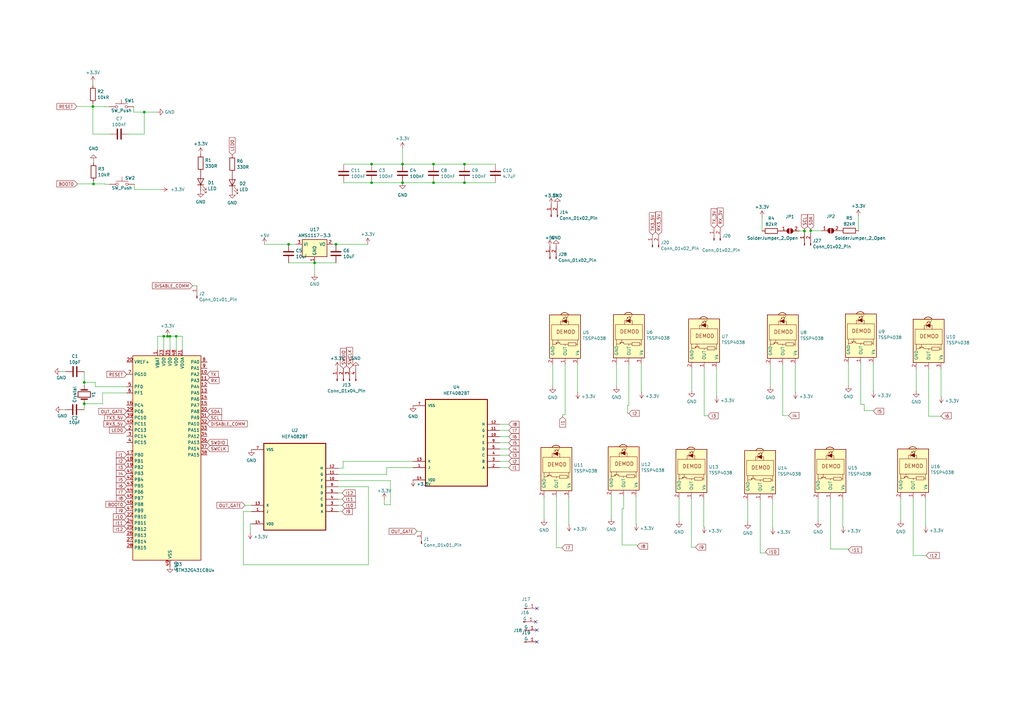
<source format=kicad_sch>
(kicad_sch (version 20230121) (generator eeschema)
  (paper "A3")
  (title_block (title "IR seeker robocup"))
  (lib_symbols
    (symbol "CD4012:CD4012BE" (pin_names (offset 1.016))
      (property "Reference" "U" (at -12.7 18.78 0))
      (property "Value" "CD4012BE" (at -12.7 -21.78 0))
      (symbol "CD4012BE_0_0"
        (pin output line (at 17.78 10.16 180) (length 5.08) (name "J") (number "1"))
        (pin input line (at -17.78 -2.54 0) (length 5.08) (name "F") (number "10"))
        (pin input line (at -17.78 -5.08 0) (length 5.08) (name "G") (number "11"))
        (pin input line (at -17.78 -7.62 0) (length 5.08) (name "H") (number "12"))
        (pin output line (at 17.78 7.62 180) (length 5.08) (name "K") (number "13"))
        (pin power_in line (at 17.78 15.24 180) (length 5.08) (name "VDD") (number "14"))
        (pin input line (at -17.78 10.16 0) (length 5.08) (name "A") (number "2"))
        (pin input line (at -17.78 7.62 0) (length 5.08) (name "B") (number "3"))
        (pin input line (at -17.78 5.08 0) (length 5.08) (name "C") (number "4"))
        (pin input line (at -17.78 2.54 0) (length 5.08) (name "D") (number "5"))
        (pin power_in line (at 17.78 -15.24 180) (length 5.08) (name "VSS") (number "7"))
        (pin input line (at -17.78 0 0) (length 5.08) (name "E") (number "9"))
      )
    )
    (symbol "Connector:Conn_01x01_Male" (pin_names (offset 1.016) hide)
      (property "Reference" "J" (at 0 2.54 0))
      (property "Value" "Conn_01x01_Male" (at 0 -2.54 0))
      (symbol "Conn_01x01_Male_1_1"
        (pin passive line (at 5.08 0 180) (length 3.81) (name "Pin_1") (number "1"))
      )
    )
    (symbol "Connector:Conn_01x01_Pin" (pin_names (offset 1.016) hide)
      (property "Reference" "J" (at 0 2.54 0))
      (property "Value" "Conn_01x01_Pin" (at 0 -2.54 0))
      (symbol "Conn_01x01_Pin_1_1"
        (pin passive line (at 5.08 0 180) (length 3.81) (name "Pin_1") (number "1"))
      )
    )
    (symbol "Connector:Conn_01x02_Pin" (pin_names (offset 1.016) hide)
      (property "Reference" "J" (at 0 2.54 0))
      (property "Value" "Conn_01x02_Pin" (at 0 -5.08 0))
      (symbol "Conn_01x02_Pin_1_1"
        (pin passive line (at 5.08 0 180) (length 3.81) (name "Pin_1") (number "1"))
        (pin passive line (at 5.08 -2.54 180) (length 3.81) (name "Pin_2") (number "2"))
      )
    )
    (symbol "Connector:Conn_01x04_Pin" (pin_names (offset 1.016) hide)
      (property "Reference" "J" (at 0 5.08 0))
      (property "Value" "Conn_01x04_Pin" (at 0 -7.62 0))
      (symbol "Conn_01x04_Pin_1_1"
        (pin passive line (at 5.08 2.54 180) (length 3.81) (name "Pin_1") (number "1"))
        (pin passive line (at 5.08 0 180) (length 3.81) (name "Pin_2") (number "2"))
        (pin passive line (at 5.08 -2.54 180) (length 3.81) (name "Pin_3") (number "3"))
        (pin passive line (at 5.08 -5.08 180) (length 3.81) (name "Pin_4") (number "4"))
      )
    )
    (symbol "Device:C" (pin_numbers hide) (pin_names (offset 0.254))
      (property "Reference" "C" (at 0.635 2.54 0))
      (property "Value" "C" (at 0.635 -2.54 0))
      (symbol "C_1_1"
        (pin passive line (at 0 3.81 270) (length 2.794) (name "~") (number "1"))
        (pin passive line (at 0 -3.81 90) (length 2.794) (name "~") (number "2"))
      )
    )
    (symbol "Device:Crystal" (pin_numbers hide) (pin_names (offset 1.016) hide)
      (property "Reference" "Y" (at 0 3.81 0))
      (property "Value" "Crystal" (at 0 -3.81 0))
      (symbol "Crystal_1_1"
        (pin passive line (at -3.81 0 0) (length 1.27) (name "1") (number "1"))
        (pin passive line (at 3.81 0 180) (length 1.27) (name "2") (number "2"))
      )
    )
    (symbol "Device:LED" (pin_numbers hide) (pin_names (offset 1.016) hide)
      (property "Reference" "D" (at 0 2.54 0))
      (property "Value" "LED" (at 0 -2.54 0))
      (symbol "LED_1_1"
        (pin passive line (at -3.81 0 0) (length 2.54) (name "K") (number "1"))
        (pin passive line (at 3.81 0 180) (length 2.54) (name "A") (number "2"))
      )
    )
    (symbol "Device:R" (pin_numbers hide) (pin_names (offset 0))
      (property "Reference" "R" (at 2.032 0 90))
      (property "Value" "R" (at 0 0 90))
      (symbol "R_1_1"
        (pin passive line (at 0 3.81 270) (length 1.27) (name "~") (number "1"))
        (pin passive line (at 0 -3.81 90) (length 1.27) (name "~") (number "2"))
      )
    )
    (symbol "Jumper:SolderJumper_2_Open" (pin_names (offset 0) hide)
      (property "Reference" "JP" (at 0 2.032 0))
      (property "Value" "SolderJumper_2_Open" (at 0 -2.54 0))
      (symbol "SolderJumper_2_Open_1_1"
        (pin passive line (at -3.81 0 0) (length 2.54) (name "A") (number "1"))
        (pin passive line (at 3.81 0 180) (length 2.54) (name "B") (number "2"))
      )
    )
    (symbol "MCU_ST_STM32G4:STM32G431CBUx"
      (property "Reference" "U" (at -12.7 44.45 0))
      (property "Value" "STM32G431CBUx" (at 10.16 44.45 0))
      (symbol "STM32G431CBUx_1_1"
        (pin power_in line (at -2.54 45.72 270) (length 2.54) (name "VBAT") (number "1"))
        (pin bidirectional line (at 17.78 35.56 180) (length 2.54) (name "PA2") (number "10"))
        (pin bidirectional line (at 17.78 33.02 180) (length 2.54) (name "PA3") (number "11"))
        (pin bidirectional line (at 17.78 30.48 180) (length 2.54) (name "PA4") (number "12"))
        (pin bidirectional line (at 17.78 27.94 180) (length 2.54) (name "PA5") (number "13"))
        (pin bidirectional line (at 17.78 25.4 180) (length 2.54) (name "PA6") (number "14"))
        (pin bidirectional line (at 17.78 22.86 180) (length 2.54) (name "PA7") (number "15"))
        (pin bidirectional line (at -15.24 22.86 0) (length 2.54) (name "PC4") (number "16"))
        (pin bidirectional line (at -15.24 2.54 0) (length 2.54) (name "PB0") (number "17"))
        (pin bidirectional line (at -15.24 0 0) (length 2.54) (name "PB1") (number "18"))
        (pin bidirectional line (at -15.24 -2.54 0) (length 2.54) (name "PB2") (number "19"))
        (pin bidirectional line (at -15.24 12.7 0) (length 2.54) (name "PC13") (number "2"))
        (pin input line (at -15.24 40.64 0) (length 2.54) (name "VREF+") (number "20"))
        (pin power_in line (at 7.62 45.72 270) (length 2.54) (name "VDDA") (number "21"))
        (pin bidirectional line (at -15.24 -22.86 0) (length 2.54) (name "PB10") (number "22"))
        (pin power_in line (at 0 45.72 270) (length 2.54) (name "VDD") (number "23"))
        (pin bidirectional line (at -15.24 -25.4 0) (length 2.54) (name "PB11") (number "24"))
        (pin bidirectional line (at -15.24 -27.94 0) (length 2.54) (name "PB12") (number "25"))
        (pin bidirectional line (at -15.24 -30.48 0) (length 2.54) (name "PB13") (number "26"))
        (pin bidirectional line (at -15.24 -33.02 0) (length 2.54) (name "PB14") (number "27"))
        (pin bidirectional line (at -15.24 -35.56 0) (length 2.54) (name "PB15") (number "28"))
        (pin bidirectional line (at -15.24 20.32 0) (length 2.54) (name "PC6") (number "29"))
        (pin bidirectional line (at -15.24 10.16 0) (length 2.54) (name "PC14") (number "3"))
        (pin bidirectional line (at 17.78 20.32 180) (length 2.54) (name "PA8") (number "30"))
        (pin bidirectional line (at 17.78 17.78 180) (length 2.54) (name "PA9") (number "31"))
        (pin bidirectional line (at 17.78 15.24 180) (length 2.54) (name "PA10") (number "32"))
        (pin bidirectional line (at 17.78 12.7 180) (length 2.54) (name "PA11") (number "33"))
        (pin bidirectional line (at 17.78 10.16 180) (length 2.54) (name "PA12") (number "34"))
        (pin power_in line (at 2.54 45.72 270) (length 2.54) (name "VDD") (number "35"))
        (pin bidirectional line (at 17.78 7.62 180) (length 2.54) (name "PA13") (number "36"))
        (pin bidirectional line (at 17.78 5.08 180) (length 2.54) (name "PA14") (number "37"))
        (pin bidirectional line (at 17.78 2.54 180) (length 2.54) (name "PA15") (number "38"))
        (pin bidirectional line (at -15.24 17.78 0) (length 2.54) (name "PC10") (number "39"))
        (pin bidirectional line (at -15.24 7.62 0) (length 2.54) (name "PC15") (number "4"))
        (pin bidirectional line (at -15.24 15.24 0) (length 2.54) (name "PC11") (number "40"))
        (pin bidirectional line (at -15.24 -5.08 0) (length 2.54) (name "PB3") (number "41"))
        (pin bidirectional line (at -15.24 -7.62 0) (length 2.54) (name "PB4") (number "42"))
        (pin bidirectional line (at -15.24 -10.16 0) (length 2.54) (name "PB5") (number "43"))
        (pin bidirectional line (at -15.24 -12.7 0) (length 2.54) (name "PB6") (number "44"))
        (pin bidirectional line (at -15.24 -15.24 0) (length 2.54) (name "PB7") (number "45"))
        (pin bidirectional line (at -15.24 -17.78 0) (length 2.54) (name "PB8") (number "46"))
        (pin bidirectional line (at -15.24 -20.32 0) (length 2.54) (name "PB9") (number "47"))
        (pin power_in line (at 5.08 45.72 270) (length 2.54) (name "VDD") (number "48"))
        (pin power_in line (at 2.54 -43.18 90) (length 2.54) (name "VSS") (number "49"))
        (pin bidirectional line (at -15.24 30.48 0) (length 2.54) (name "PF0") (number "5"))
        (pin bidirectional line (at -15.24 27.94 0) (length 2.54) (name "PF1") (number "6"))
        (pin bidirectional line (at -15.24 35.56 0) (length 2.54) (name "PG10") (number "7"))
        (pin bidirectional line (at 17.78 40.64 180) (length 2.54) (name "PA0") (number "8"))
        (pin bidirectional line (at 17.78 38.1 180) (length 2.54) (name "PA1") (number "9"))
      )
    )
    (symbol "Regulator_Linear:AMS1117-3.3"
      (property "Reference" "U" (at -3.81 3.175 0))
      (property "Value" "AMS1117-3.3" (at 0 3.175 0))
      (symbol "AMS1117-3.3_1_1"
        (pin power_in line (at 0 -7.62 90) (length 2.54) (name "GND") (number "1"))
        (pin power_out line (at 7.62 0 180) (length 2.54) (name "VO") (number "2"))
        (pin power_in line (at -7.62 0 0) (length 2.54) (name "VI") (number "3"))
      )
    )
    (symbol "Sensor_Proximity:TSSP58038" (pin_names (offset 1.016))
      (property "Reference" "U" (at -10.16 7.62 0))
      (property "Value" "TSSP58038" (at -10.16 -7.62 0))
      (symbol "TSSP58038_0_0"
        (text "DEMOD" (at -3.175 0.254 900) (effects (font (size 1.524 1.524))))
      )
      (symbol "TSSP58038_1_1"
        (pin output line (at 10.16 0 180) (length 2.54) (name "OUT") (number "1"))
        (pin power_in line (at 10.16 -5.08 180) (length 2.54) (name "GND") (number "2"))
        (pin power_in line (at 10.16 5.08 180) (length 2.54) (name "Vs") (number "3"))
      )
    )
    (symbol "Switch:SW_Push" (pin_numbers hide) (pin_names (offset 1.016) hide)
      (property "Reference" "SW" (at 1.27 2.54 0))
      (property "Value" "SW_Push" (at 0 -1.524 0))
      (symbol "SW_Push_0_1"
        (pin passive line (at -5.08 0 0) (length 2.54) (name "1") (number "1"))
        (pin passive line (at 5.08 0 180) (length 2.54) (name "2") (number "2"))
      )
    )
    (symbol "power:+3.3V" (power) (pin_names (offset 0))
      (property "Value" "+3.3V" (at 0 3.556 0))
      (symbol "+3.3V_1_1"
        (pin power_in line (at 0 0 90) (length 0) hide (name "+3.3V") (number "1"))
      )
    )
    (symbol "power:+5V" (power) (pin_names (offset 0))
      (property "Value" "+5V" (at 0 3.556 0))
      (symbol "+5V_1_1"
        (pin power_in line (at 0 0 90) (length 0) hide (name "+5V") (number "1"))
      )
    )
    (symbol "power:GND" (power) (pin_names (offset 0))
      (property "Value" "GND" (at 0 -3.81 0))
      (symbol "GND_1_1"
        (pin power_in line (at 0 0 270) (length 0) hide (name "GND") (number "1"))
      )
    )
  )
  (junction (at 332.486 94.615))
  (junction (at 129.032 107.823))
  (junction (at 34.544 165.608))
  (junction (at 177.8 67.31))
  (junction (at 137.795 100.203))
  (junction (at 165.1 67.31))
  (junction (at 177.8 74.93))
  (junction (at 38.354 75.438))
  (junction (at 67.183 137.922))
  (junction (at 34.544 156.845))
  (junction (at 72.263 137.922))
  (junction (at 190.5 74.93))
  (junction (at 118.364 100.203))
  (junction (at 38.1 43.688))
  (junction (at 69.723 137.922))
  (junction (at 329.946 94.742))
  (junction (at 68.707 137.922))
  (junction (at 59.182 45.974))
  (junction (at 190.5 67.31))
  (junction (at 165.1 74.93))
  (junction (at 152.4 74.93))
  (junction (at 152.4 67.31))
  (no_connect (at 220.218 249.555))
  (no_connect (at 220.218 258.445))
  (no_connect (at 220.218 263.271))
  (no_connect (at 219.71 255.016))
  (wire (pts (xy 352.044 88.646) (xy 352.044 94.615)))
  (wire (pts (xy 379.603 204.47) (xy 379.603 215.9)))
  (wire (pts (xy 288.798 151.13) (xy 288.798 170.561)))
  (wire (pts (xy 100.457 207.264) (xy 103.124 207.264)))
  (wire (pts (xy 99.822 231.648) (xy 151.13 231.648)))
  (wire (pts (xy 138.684 194.564) (xy 158.623 194.564)))
  (wire (pts (xy 118.364 100.203) (xy 121.412 100.203)))
  (wire (pts (xy 42.037 165.608) (xy 34.544 165.608)))
  (wire (pts (xy 329.946 93.98) (xy 329.946 94.742)))
  (wire (pts (xy 43.053 75.565) (xy 44.958 75.565)))
  (wire (pts (xy 369.443 204.47) (xy 369.443 213.614)))
  (wire (pts (xy 332.486 94.615) (xy 332.486 95.504)))
  (wire (pts (xy 190.5 74.93) (xy 203.2 74.93)))
  (wire (pts (xy 358.267 168.402) (xy 358.267 168.656)))
  (wire (pts (xy 204.978 184.15) (xy 208.661 184.15)))
  (wire (pts (xy 311.785 226.822) (xy 313.944 226.822)))
  (wire (pts (xy 260.858 215.011) (xy 260.985 215.011)))
  (wire (pts (xy 288.671 204.597) (xy 288.671 216.027)))
  (wire (pts (xy 160.147 197.104) (xy 160.147 207.01)))
  (wire (pts (xy 138.684 192.024) (xy 140.716 192.024)))
  (wire (pts (xy 42.037 161.163) (xy 42.037 165.608)))
  (wire (pts (xy 103.124 214.884) (xy 102.616 214.884)))
  (wire (pts (xy 25.4 168.021) (xy 26.797 168.021)))
  (wire (pts (xy 64.643 143.383) (xy 64.643 137.922)))
  (wire (pts (xy 340.614 225.171) (xy 347.98 225.171)))
  (wire (pts (xy 25.019 152.4) (xy 26.924 152.4)))
  (wire (pts (xy 228.219 203.835) (xy 228.219 224.663)))
  (wire (pts (xy 252.857 149.352) (xy 252.857 158.496)))
  (wire (pts (xy 72.263 137.922) (xy 69.723 137.922)))
  (wire (pts (xy 230.505 224.663) (xy 228.219 224.663)))
  (wire (pts (xy 34.544 156.845) (xy 39.116 156.845)))
  (wire (pts (xy 51.943 158.623) (xy 39.116 158.623)))
  (wire (pts (xy 171.069 217.932) (xy 172.847 217.932)))
  (wire (pts (xy 327.787 94.742) (xy 329.946 94.742)))
  (wire (pts (xy 379.857 227.838) (xy 374.523 227.838)))
  (wire (pts (xy 43.053 75.438) (xy 38.354 75.438)))
  (wire (pts (xy 204.978 181.61) (xy 208.661 181.61)))
  (wire (pts (xy 375.793 151.257) (xy 375.793 160.401)))
  (wire (pts (xy 165.1 60.96) (xy 165.1 67.31)))
  (wire (pts (xy 67.183 137.922) (xy 68.707 137.922)))
  (wire (pts (xy 138.684 202.184) (xy 140.335 202.184)))
  (wire (pts (xy 129.032 112.395) (xy 129.032 107.823)))
  (wire (pts (xy 151.13 199.644) (xy 138.684 199.644)))
  (wire (pts (xy 177.8 74.93) (xy 190.5 74.93)))
  (wire (pts (xy 42.799 43.688) (xy 38.1 43.688)))
  (wire (pts (xy 59.182 45.974) (xy 59.182 54.991)))
  (wire (pts (xy 34.544 165.608) (xy 34.544 168.021)))
  (wire (pts (xy 312.547 89.027) (xy 312.547 94.742)))
  (wire (pts (xy 140.97 67.31) (xy 152.4 67.31)))
  (wire (pts (xy 358.14 160.528) (xy 358.267 160.528)))
  (wire (pts (xy 160.147 207.01) (xy 157.607 207.01)))
  (wire (pts (xy 380.873 151.257) (xy 380.873 170.688)))
  (wire (pts (xy 352.044 94.615) (xy 352.171 94.615)))
  (wire (pts (xy 385.953 151.257) (xy 385.953 162.687)))
  (wire (pts (xy 43.053 75.438) (xy 43.053 75.565)))
  (wire (pts (xy 99.822 209.804) (xy 99.822 231.648)))
  (wire (pts (xy 51.943 161.163) (xy 42.037 161.163)))
  (wire (pts (xy 150.876 100.203) (xy 137.795 100.203)))
  (wire (pts (xy 263.017 160.782) (xy 263.144 160.782)))
  (wire (pts (xy 288.671 216.027) (xy 288.798 216.027)))
  (wire (pts (xy 347.98 225.171) (xy 347.98 225.552)))
  (wire (pts (xy 52.705 54.991) (xy 59.182 54.991)))
  (wire (pts (xy 326.136 160.909) (xy 326.263 160.909)))
  (wire (pts (xy 152.4 74.93) (xy 165.1 74.93)))
  (wire (pts (xy 354.457 168.402) (xy 358.267 168.402)))
  (wire (pts (xy 204.978 179.07) (xy 208.661 179.07)))
  (wire (pts (xy 129.032 107.823) (xy 137.795 107.823)))
  (wire (pts (xy 151.13 231.648) (xy 151.13 199.644)))
  (wire (pts (xy 374.523 204.47) (xy 374.523 227.838)))
  (wire (pts (xy 316.865 205.105) (xy 316.865 216.535)))
  (wire (pts (xy 118.364 107.823) (xy 129.032 107.823)))
  (wire (pts (xy 38.1 54.991) (xy 45.085 54.991)))
  (wire (pts (xy 39.116 158.623) (xy 39.116 156.845)))
  (wire (pts (xy 31.75 75.438) (xy 38.354 75.438)))
  (wire (pts (xy 68.707 137.922) (xy 68.707 137.795)))
  (wire (pts (xy 78.994 117.221) (xy 80.772 117.221)))
  (wire (pts (xy 385.953 162.687) (xy 386.08 162.687)))
  (wire (pts (xy 345.694 216.027) (xy 345.821 216.027)))
  (wire (pts (xy 340.614 204.597) (xy 340.614 225.171)))
  (wire (pts (xy 231.775 170.053) (xy 230.759 170.053)))
  (wire (pts (xy 158.623 191.77) (xy 169.418 191.77)))
  (wire (pts (xy 315.976 149.479) (xy 315.976 158.623)))
  (wire (pts (xy 311.785 205.105) (xy 311.785 226.822)))
  (wire (pts (xy 326.136 149.479) (xy 326.136 160.909)))
  (wire (pts (xy 54.864 45.974) (xy 59.182 45.974)))
  (wire (pts (xy 353.06 149.098) (xy 353.06 165.862)))
  (wire (pts (xy 293.878 162.56) (xy 294.005 162.56)))
  (wire (pts (xy 38.1 54.991) (xy 38.1 43.688)))
  (wire (pts (xy 158.623 194.564) (xy 158.623 191.77)))
  (wire (pts (xy 204.978 173.99) (xy 208.661 173.99)))
  (wire (pts (xy 69.723 137.922) (xy 68.707 137.922)))
  (wire (pts (xy 250.698 203.581) (xy 250.698 212.725)))
  (wire (pts (xy 140.97 74.93) (xy 152.4 74.93)))
  (wire (pts (xy 38.1 33.909) (xy 38.1 34.925)))
  (wire (pts (xy 69.723 143.383) (xy 69.723 137.922)))
  (wire (pts (xy 177.8 67.31) (xy 190.5 67.31)))
  (wire (pts (xy 380.873 170.688) (xy 385.953 170.688)))
  (wire (pts (xy 204.978 189.23) (xy 208.661 189.23)))
  (wire (pts (xy 190.5 67.31) (xy 203.2 67.31)))
  (wire (pts (xy 236.855 149.479) (xy 236.855 160.909)))
  (wire (pts (xy 283.591 204.597) (xy 283.591 224.409)))
  (wire (pts (xy 354.457 165.862) (xy 354.457 168.402)))
  (wire (pts (xy 332.486 93.98) (xy 332.486 94.615)))
  (wire (pts (xy 236.855 160.909) (xy 236.982 160.909)))
  (wire (pts (xy 283.591 224.409) (xy 285.242 224.409)))
  (wire (pts (xy 136.652 100.203) (xy 137.795 100.203)))
  (wire (pts (xy 233.299 203.835) (xy 233.299 215.265)))
  (wire (pts (xy 204.978 176.53) (xy 208.661 176.53)))
  (wire (pts (xy 306.705 205.105) (xy 306.705 214.249)))
  (wire (pts (xy 165.1 74.93) (xy 177.8 74.93)))
  (wire (pts (xy 38.354 66.04) (xy 38.354 66.675)))
  (wire (pts (xy 257.429 166.243) (xy 257.429 169.545)))
  (wire (pts (xy 321.056 149.479) (xy 321.056 170.434)))
  (wire (pts (xy 55.118 77.724) (xy 66.04 77.724)))
  (wire (pts (xy 31.496 43.688) (xy 38.1 43.688)))
  (wire (pts (xy 102.616 214.884) (xy 102.616 218.44)))
  (wire (pts (xy 233.299 215.265) (xy 233.426 215.265)))
  (wire (pts (xy 226.695 149.479) (xy 226.695 158.623)))
  (wire (pts (xy 34.544 152.4) (xy 34.544 156.845)))
  (wire (pts (xy 335.534 204.597) (xy 335.534 213.741)))
  (wire (pts (xy 103.124 209.804) (xy 99.822 209.804)))
  (wire (pts (xy 74.803 143.383) (xy 74.803 137.922)))
  (wire (pts (xy 257.937 166.243) (xy 257.429 166.243)))
  (wire (pts (xy 34.544 156.845) (xy 34.544 157.988)))
  (wire (pts (xy 358.14 149.098) (xy 358.14 160.528)))
  (wire (pts (xy 42.799 43.815) (xy 44.704 43.815)))
  (wire (pts (xy 257.937 149.352) (xy 257.937 166.243)))
  (wire (pts (xy 255.778 203.581) (xy 255.778 208.661)))
  (wire (pts (xy 34.544 168.021) (xy 34.417 168.021)))
  (wire (pts (xy 260.858 203.581) (xy 260.858 215.011)))
  (wire (pts (xy 152.4 67.31) (xy 165.1 67.31)))
  (wire (pts (xy 64.643 137.922) (xy 67.183 137.922)))
  (wire (pts (xy 204.978 191.77) (xy 208.661 191.77)))
  (wire (pts (xy 316.865 216.535) (xy 316.992 216.535)))
  (wire (pts (xy 230.759 170.053) (xy 230.759 170.942)))
  (wire (pts (xy 332.486 94.615) (xy 336.931 94.615)))
  (wire (pts (xy 42.799 43.688) (xy 42.799 43.815)))
  (wire (pts (xy 261.366 223.52) (xy 261.366 224.028)))
  (wire (pts (xy 38.1 43.688) (xy 38.1 42.545)))
  (wire (pts (xy 353.06 165.862) (xy 354.457 165.862)))
  (wire (pts (xy 67.183 137.922) (xy 67.183 143.383)))
  (wire (pts (xy 54.864 43.815) (xy 54.864 45.974)))
  (wire (pts (xy 288.798 170.561) (xy 290.322 170.561)))
  (wire (pts (xy 255.143 223.52) (xy 261.366 223.52)))
  (wire (pts (xy 313.944 226.822) (xy 313.944 226.314)))
  (wire (pts (xy 108.458 100.203) (xy 118.364 100.203)))
  (wire (pts (xy 345.694 204.597) (xy 345.694 216.027)))
  (wire (pts (xy 278.511 204.597) (xy 278.511 213.741)))
  (wire (pts (xy 140.716 189.23) (xy 169.418 189.23)))
  (wire (pts (xy 55.118 75.565) (xy 55.118 77.724)))
  (wire (pts (xy 59.182 45.974) (xy 64.389 45.974)))
  (wire (pts (xy 231.775 149.479) (xy 231.775 170.053)))
  (wire (pts (xy 255.143 208.661) (xy 255.778 208.661)))
  (wire (pts (xy 138.684 197.104) (xy 160.147 197.104)))
  (wire (pts (xy 293.878 151.13) (xy 293.878 162.56)))
  (wire (pts (xy 329.946 94.742) (xy 329.946 95.504)))
  (wire (pts (xy 138.684 209.804) (xy 140.335 209.804)))
  (wire (pts (xy 165.1 67.31) (xy 177.8 67.31)))
  (wire (pts (xy 347.98 149.098) (xy 347.98 158.242)))
  (wire (pts (xy 379.603 215.9) (xy 379.73 215.9)))
  (wire (pts (xy 204.978 186.69) (xy 208.661 186.69)))
  (wire (pts (xy 138.684 204.724) (xy 140.335 204.724)))
  (wire (pts (xy 263.017 149.352) (xy 263.017 160.782)))
  (wire (pts (xy 157.607 204.851) (xy 157.607 207.01)))
  (wire (pts (xy 385.953 170.688) (xy 385.953 170.561)))
  (wire (pts (xy 257.429 169.545) (xy 257.937 169.545)))
  (wire (pts (xy 321.056 170.434) (xy 323.469 170.434)))
  (wire (pts (xy 38.354 75.438) (xy 38.354 74.295)))
  (wire (pts (xy 140.716 192.024) (xy 140.716 189.23)))
  (wire (pts (xy 72.263 143.383) (xy 72.263 137.922)))
  (wire (pts (xy 223.139 203.835) (xy 223.139 212.979)))
  (wire (pts (xy 74.803 137.922) (xy 72.263 137.922)))
  (wire (pts (xy 138.684 207.264) (xy 140.335 207.264)))
  (wire (pts (xy 255.143 223.52) (xy 255.143 208.661)))
  (wire (pts (xy 283.718 151.13) (xy 283.718 160.274)))
  (global_label "I8" (shape input) (at 208.661 173.99 0) (property "Intersheetrefs" "${INTERSHEET_REFS}" (effects hide)))
  (global_label "I12" (shape input) (at 140.335 202.184 0) (property "Intersheetrefs" "${INTERSHEET_REFS}" (effects hide)))
  (global_label "LED0" (shape input) (at 95.25 63.5 90) (property "Intersheetrefs" "${INTERSHEET_REFS}" (effects hide)))
  (global_label "BOOT0" (shape input) (at 51.943 206.883 180) (property "Intersheetrefs" "${INTERSHEET_REFS}" (effects hide)))
  (global_label "I10" (shape input) (at 140.335 207.264 0) (property "Intersheetrefs" "${INTERSHEET_REFS}" (effects hide)))
  (global_label "BOOT0" (shape input) (at 31.75 75.438 180) (property "Intersheetrefs" "${INTERSHEET_REFS}" (effects hide)))
  (global_label "SWCLK" (shape input) (at 143.383 151.13 90) (property "Intersheetrefs" "${INTERSHEET_REFS}" (effects hide)))
  (global_label "I4" (shape input) (at 323.469 170.434 0) (property "Intersheetrefs" "${INTERSHEET_REFS}" (effects hide)))
  (global_label "RX3_5V" (shape input) (at 270.129 96.266 90) (property "Intersheetrefs" "${INTERSHEET_REFS}" (effects hide)))
  (global_label "I9" (shape input) (at 285.242 224.409 0) (property "Intersheetrefs" "${INTERSHEET_REFS}" (effects hide)))
  (global_label "SWDIO" (shape input) (at 140.843 151.13 90) (property "Intersheetrefs" "${INTERSHEET_REFS}" (effects hide)))
  (global_label "OUT_GATE" (shape input) (at 100.457 207.264 180) (property "Intersheetrefs" "${INTERSHEET_REFS}" (effects hide)))
  (global_label "I1" (shape input) (at 51.943 186.563 180) (property "Intersheetrefs" "${INTERSHEET_REFS}" (effects hide)))
  (global_label "I3" (shape input) (at 51.943 191.643 180) (property "Intersheetrefs" "${INTERSHEET_REFS}" (effects hide)))
  (global_label "SDA" (shape input) (at 84.963 168.783 0) (property "Intersheetrefs" "${INTERSHEET_REFS}" (effects hide)))
  (global_label "I2" (shape input) (at 208.661 189.23 0) (property "Intersheetrefs" "${INTERSHEET_REFS}" (effects hide)))
  (global_label "I8" (shape input) (at 261.366 224.028 0) (property "Intersheetrefs" "${INTERSHEET_REFS}" (effects hide)))
  (global_label "I4" (shape input) (at 208.661 184.15 0) (property "Intersheetrefs" "${INTERSHEET_REFS}" (effects hide)))
  (global_label "OUT_GATE" (shape input) (at 51.943 168.783 180) (property "Intersheetrefs" "${INTERSHEET_REFS}" (effects hide)))
  (global_label "I6" (shape input) (at 385.953 170.561 0) (property "Intersheetrefs" "${INTERSHEET_REFS}" (effects hide)))
  (global_label "RX" (shape input) (at 84.963 156.083 0) (property "Intersheetrefs" "${INTERSHEET_REFS}" (effects hide)))
  (global_label "I11" (shape input) (at 51.943 214.503 180) (property "Intersheetrefs" "${INTERSHEET_REFS}" (effects hide)))
  (global_label "I5" (shape input) (at 208.661 181.61 0) (property "Intersheetrefs" "${INTERSHEET_REFS}" (effects hide)))
  (global_label "I3" (shape input) (at 208.661 186.69 0) (property "Intersheetrefs" "${INTERSHEET_REFS}" (effects hide)))
  (global_label "SCL" (shape input) (at 329.946 93.98 90) (property "Intersheetrefs" "${INTERSHEET_REFS}" (effects hide)))
  (global_label "I9" (shape input) (at 51.943 209.423 180) (property "Intersheetrefs" "${INTERSHEET_REFS}" (effects hide)))
  (global_label "I2" (shape input) (at 257.937 169.545 0) (property "Intersheetrefs" "${INTERSHEET_REFS}" (effects hide)))
  (global_label "I5" (shape input) (at 51.943 196.723 180) (property "Intersheetrefs" "${INTERSHEET_REFS}" (effects hide)))
  (global_label "I10" (shape input) (at 313.944 226.314 0) (property "Intersheetrefs" "${INTERSHEET_REFS}" (effects hide)))
  (global_label "I11" (shape input) (at 347.98 225.552 0) (property "Intersheetrefs" "${INTERSHEET_REFS}" (effects hide)))
  (global_label "I7" (shape input) (at 51.943 201.803 180) (property "Intersheetrefs" "${INTERSHEET_REFS}" (effects hide)))
  (global_label "TX" (shape input) (at 84.963 153.543 0) (property "Intersheetrefs" "${INTERSHEET_REFS}" (effects hide)))
  (global_label "LED0" (shape input) (at 51.943 176.403 180) (property "Intersheetrefs" "${INTERSHEET_REFS}" (effects hide)))
  (global_label "SDA" (shape input) (at 332.486 93.98 90) (property "Intersheetrefs" "${INTERSHEET_REFS}" (effects hide)))
  (global_label "I6" (shape input) (at 51.943 199.263 180) (property "Intersheetrefs" "${INTERSHEET_REFS}" (effects hide)))
  (global_label "I10" (shape input) (at 51.943 211.963 180) (property "Intersheetrefs" "${INTERSHEET_REFS}" (effects hide)))
  (global_label "I5" (shape input) (at 358.267 168.656 0) (property "Intersheetrefs" "${INTERSHEET_REFS}" (effects hide)))
  (global_label "OUT_GATE" (shape input) (at 171.069 217.932 180) (property "Intersheetrefs" "${INTERSHEET_REFS}" (effects hide)))
  (global_label "TX3_5V" (shape input) (at 51.943 171.323 180) (property "Intersheetrefs" "${INTERSHEET_REFS}" (effects hide)))
  (global_label "I1" (shape input) (at 208.661 191.77 0) (property "Intersheetrefs" "${INTERSHEET_REFS}" (effects hide)))
  (global_label "DISABLE_COMM" (shape input) (at 84.963 173.863 0) (property "Intersheetrefs" "${INTERSHEET_REFS}" (effects hide)))
  (global_label "I12" (shape input) (at 51.943 217.043 180) (property "Intersheetrefs" "${INTERSHEET_REFS}" (effects hide)))
  (global_label "I2" (shape input) (at 51.943 189.103 180) (property "Intersheetrefs" "${INTERSHEET_REFS}" (effects hide)))
  (global_label "I11" (shape input) (at 140.335 204.724 0) (property "Intersheetrefs" "${INTERSHEET_REFS}" (effects hide)))
  (global_label "I7" (shape input) (at 208.661 176.53 0) (property "Intersheetrefs" "${INTERSHEET_REFS}" (effects hide)))
  (global_label "I9" (shape input) (at 140.335 209.804 0) (property "Intersheetrefs" "${INTERSHEET_REFS}" (effects hide)))
  (global_label "I4" (shape input) (at 51.943 194.183 180) (property "Intersheetrefs" "${INTERSHEET_REFS}" (effects hide)))
  (global_label "I3" (shape input) (at 290.322 170.561 0) (property "Intersheetrefs" "${INTERSHEET_REFS}" (effects hide)))
  (global_label "I12" (shape input) (at 379.857 227.838 0) (property "Intersheetrefs" "${INTERSHEET_REFS}" (effects hide)))
  (global_label "TX3_5V" (shape input) (at 267.589 96.266 90) (property "Intersheetrefs" "${INTERSHEET_REFS}" (effects hide)))
  (global_label "RX3_5V" (shape input) (at 51.943 173.863 180) (property "Intersheetrefs" "${INTERSHEET_REFS}" (effects hide)))
  (global_label "I7" (shape input) (at 230.505 224.663 0) (property "Intersheetrefs" "${INTERSHEET_REFS}" (effects hide)))
  (global_label "SCL" (shape input) (at 84.963 171.323 0) (property "Intersheetrefs" "${INTERSHEET_REFS}" (effects hide)))
  (global_label "RESET" (shape input) (at 51.943 153.543 180) (property "Intersheetrefs" "${INTERSHEET_REFS}" (effects hide)))
  (global_label "I6" (shape input) (at 208.661 179.07 0) (property "Intersheetrefs" "${INTERSHEET_REFS}" (effects hide)))
  (global_label "I8" (shape input) (at 51.943 204.343 180) (property "Intersheetrefs" "${INTERSHEET_REFS}" (effects hide)))
  (global_label "SWCLK" (shape input) (at 84.963 184.023 0) (property "Intersheetrefs" "${INTERSHEET_REFS}" (effects hide)))
  (global_label "RX_3V" (shape input) (at 295.402 93.472 90) (property "Intersheetrefs" "${INTERSHEET_REFS}" (effects hide)))
  (global_label "RESET" (shape input) (at 31.496 43.688 180) (property "Intersheetrefs" "${INTERSHEET_REFS}" (effects hide)))
  (global_label "I1" (shape input) (at 230.759 170.942 270) (property "Intersheetrefs" "${INTERSHEET_REFS}" (effects hide)))
  (global_label "TX_3V" (shape input) (at 292.862 93.472 90) (property "Intersheetrefs" "${INTERSHEET_REFS}" (effects hide)))
  (global_label "SWDIO" (shape input) (at 84.963 181.483 0) (property "Intersheetrefs" "${INTERSHEET_REFS}" (effects hide)))
  (global_label "DISABLE_COMM" (shape input) (at 78.994 117.221 180) (property "Intersheetrefs" "${INTERSHEET_REFS}" (effects hide)))
  (symbol (lib_id "power:+3.3V") (at 157.607 204.851 0) (unit 1)
    (property "Reference" "#PWR09" (effects hide))
    (property "Value" "+3.3V" (at 157.607 201.2752 0))
  )
  (symbol (lib_id "Connector:Conn_01x02_Pin") (at 292.862 98.552 90) (unit 1) (in_bom no)
    (property "Reference" "J26" (at 296.2402 96.7049 90) (effects (justify right)))
    (property "Value" "Conn_01x02_Pin" (at 287.909 102.616 90) (effects (justify right)))
    (property "Footprint" "Connector_PinHeader_2.54mm:PinHeader_1x02_P2.54mm_Vertical" (effects hide))
  )
  (symbol (lib_id "Connector:Conn_01x04_Pin") (at 140.843 156.21 90) (unit 1) (in_bom no)
    (property "Reference" "J13" (at 142.113 157.8793 90))
    (property "Value" "Conn_01x04_Pin" (at 142.113 160.3035 90))
    (property "Footprint" "Connector_PinHeader_2.54mm:PinHeader_1x04_P2.54mm_Vertical" (effects hide))
  )
  (symbol (lib_id "Connector:Conn_01x01_Pin") (at 172.847 223.012 90) (unit 1) (in_bom no)
    (property "Reference" "J1" (at 173.6852 221.1649 90) (effects (justify right)))
    (property "Value" "Conn_01x01_Pin" (at 173.6852 223.5891 90) (effects (justify right)))
    (property "Footprint" "Connector_PinHeader_2.54mm:PinHeader_1x01_P2.54mm_Vertical" (effects hide))
  )
  (symbol (lib_id "power:+3.3V") (at 150.876 100.203 0) (unit 1)
    (property "Reference" "#PWR020" (effects hide))
    (property "Value" "+3.3V" (at 150.876 96.0699 0))
  )
  (symbol (lib_id "power:GND") (at 375.793 160.401 0) (unit 1)
    (property "Reference" "#PWR0114" (effects hide))
    (property "Value" "GND" (at 375.793 164.8444 0))
  )
  (symbol (lib_id "Device:C") (at 165.1 71.12 180) (unit 1)
    (property "Reference" "C4" (at 168.021 69.9079 0) (effects (justify right)))
    (property "Value" "100nF" (at 168.021 72.3321 0) (effects (justify right)))
    (property "Footprint" "Capacitor_SMD:C_0603_1608Metric" (effects hide))
  )
  (symbol (lib_id "Connector:Conn_01x02_Pin") (at 329.946 100.584 90) (unit 1) (in_bom no)
    (property "Reference" "J27" (at 333.3242 98.7369 90) (effects (justify right)))
    (property "Value" "Conn_01x02_Pin" (at 333.3242 101.1611 90) (effects (justify right)))
    (property "Footprint" "Connector_PinHeader_2.54mm:PinHeader_1x02_P2.54mm_Vertical" (effects hide))
  )
  (symbol (lib_id "power:GND") (at 250.698 212.725 0) (unit 1)
    (property "Reference" "#PWR0110" (effects hide))
    (property "Value" "GND" (at 250.698 217.1684 0))
  )
  (symbol (lib_id "power:GND") (at 165.1 74.93 0) (unit 1)
    (property "Reference" "#PWR026" (effects hide))
    (property "Value" "GND" (at 165.1 80.01 0))
  )
  (symbol (lib_id "power:+3.3V") (at 236.982 160.909 180) (unit 1)
    (property "Reference" "#PWR0104" (effects hide))
    (property "Value" "+3.3V" (at 238.379 162.6128 0) (effects (justify right)))
  )
  (symbol (lib_id "Switch:SW_Push") (at 50.038 75.565 0) (unit 1)
    (property "Reference" "SW2" (at 51.308 73.025 0) (effects (justify left)))
    (property "Value" "SW_Push" (at 50.038 77.089 0))
    (property "Footprint" "Button_Switch_THT:SW_PUSH_6mm" (effects hide))
  )
  (symbol (lib_id "Device:R") (at 348.361 94.615 90) (unit 1)
    (property "Reference" "R5" (at 348.361 89.4547 90))
    (property "Value" "82kR" (at 348.361 91.8789 90))
    (property "Footprint" "Resistor_SMD:R_0603_1608Metric" (effects hide))
  )
  (symbol (lib_id "Device:C") (at 30.607 168.021 90) (unit 1)
    (property "Reference" "C2" (at 30.607 171.45 90))
    (property "Value" "10pF" (at 30.607 173.228 90))
    (property "Footprint" "Capacitor_SMD:C_0603_1608Metric" (effects hide))
  )
  (symbol (lib_id "power:+3.3V") (at 312.547 89.027 0) (unit 1)
    (property "Reference" "#PWR024" (effects hide))
    (property "Value" "+3.3V" (at 312.547 84.8939 0))
  )
  (symbol (lib_id "power:GND") (at 226.695 158.623 0) (unit 1)
    (property "Reference" "#PWR0103" (effects hide))
    (property "Value" "GND" (at 226.695 163.0664 0))
  )
  (symbol (lib_id "power:GND") (at 252.857 158.496 0) (unit 1)
    (property "Reference" "#PWR0134" (effects hide))
    (property "Value" "GND" (at 252.857 162.9394 0))
  )
  (symbol (lib_id "power:GND") (at 228.092 101.092 180) (unit 1)
    (property "Reference" "#PWR0127" (effects hide))
    (property "Value" "GND" (at 228.092 97.5162 0))
  )
  (symbol (lib_id "Sensor_Proximity:TSSP58038") (at 228.219 193.675 270) (unit 1)
    (property "Reference" "U11" (at 235.331 190.7279 90) (effects (justify left)))
    (property "Value" "TSSP4038" (at 235.331 193.1521 90) (effects (justify left)))
    (property "Footprint" "Vishay:Vishay_MINICAST-3Pin" (effects hide))
    (property "Datasheet" "http://www.vishay.com/docs/82476/tssp58p38.pdf" (effects hide))
  )
  (symbol (lib_id "Sensor_Proximity:TSSP58038") (at 311.785 194.945 270) (unit 1)
    (property "Reference" "U14" (at 318.897 191.9979 90) (effects (justify left)))
    (property "Value" "TSSP4038" (at 318.897 194.4221 90) (effects (justify left)))
    (property "Footprint" "Vishay:Vishay_MINICAST-3Pin" (effects hide))
    (property "Datasheet" "http://www.vishay.com/docs/82476/tssp58p38.pdf" (effects hide))
  )
  (symbol (lib_id "Device:C") (at 203.2 71.12 180) (unit 1)
    (property "Reference" "C10" (at 206.121 69.9079 0) (effects (justify right)))
    (property "Value" "4.7uF" (at 206.121 72.3321 0) (effects (justify right)))
    (property "Footprint" "Capacitor_SMD:C_0603_1608Metric" (effects hide))
  )
  (symbol (lib_id "Device:Crystal") (at 34.544 161.798 270) (unit 1)
    (property "Reference" "Y1" (at 38.354 161.798 0))
    (property "Value" "Crystal" (at 30.607 161.798 0))
    (property "Footprint" "Crystal:Crystal_SMD_HC49-SD" (effects hide))
  )
  (symbol (lib_id "Connector:Conn_01x02_Pin") (at 267.589 101.346 90) (unit 1) (in_bom no)
    (property "Reference" "J20" (at 270.9672 99.4989 90) (effects (justify right)))
    (property "Value" "Conn_01x02_Pin" (at 270.9672 101.9231 90) (effects (justify right)))
    (property "Footprint" "Connector_PinHeader_2.54mm:PinHeader_1x02_P2.54mm_Vertical" (effects hide))
  )
  (symbol (lib_id "power:GND") (at 223.139 212.979 0) (unit 1)
    (property "Reference" "#PWR0112" (effects hide))
    (property "Value" "GND" (at 223.139 217.4224 0))
  )
  (symbol (lib_id "power:+3.3V") (at 226.06 83.82 0) (unit 1)
    (property "Reference" "#PWR0128" (effects hide))
    (property "Value" "+3.3V" (at 226.06 80.2442 0))
  )
  (symbol (lib_id "CD4012:CD4012BE") (at 187.198 181.61 180) (unit 1)
    (property "Reference" "U4" (at 187.198 158.75 0))
    (property "Value" "HEF4082BT" (at 187.198 161.29 0))
    (property "Footprint" "Package_SO:SO-14_3.9x8.65mm_P1.27mm" (effects hide))
    (property "MF" "Texas Instruments" (effects hide))
    (property "Description" "\n2-ch, 4-input, 3-V to 18-V NAND gates\n" (effects hide))
    (property "Package" "PDIP-14 Texas Instruments" (effects hide))
    (property "Price" "None" (effects hide))
    (property "SnapEDA_Link" "https://www.snapeda.com/parts/CD4012BE/Texas+Instruments/view-part/?ref=snap" (effects hide))
    (property "MP" "CD4012BE" (effects hide))
    (property "Purchase-URL" "https://www.snapeda.com/api/url_track_click_mouser/?unipart_id=568618&manufacturer=Texas Instruments&part_name=CD4012BE&search_term=cd4012be" (effects hide))
    (property "Availability" "In Stock" (effects hide))
    (property "Check_prices" "https://www.snapeda.com/parts/CD4012BE/Texas+Instruments/view-part/?ref=eda" (effects hide))
  )
  (symbol (lib_id "power:+5V") (at 108.458 100.203 0) (unit 1)
    (property "Reference" "#PWR018" (effects hide))
    (property "Value" "+5V" (at 108.458 96.6272 0))
  )
  (symbol (lib_id "power:GND") (at 145.923 151.13 180) (unit 1)
    (property "Reference" "#PWR023" (effects hide))
    (property "Value" "GND" (at 145.923 146.9969 0))
  )
  (symbol (lib_id "power:GND") (at 169.418 166.37 0) (unit 1)
    (property "Reference" "#PWR04" (effects hide))
    (property "Value" "GND" (at 169.418 170.8134 0))
  )
  (symbol (lib_id "Device:C") (at 118.364 104.013 180) (unit 1)
    (property "Reference" "C5" (at 121.285 102.8009 0) (effects (justify right)))
    (property "Value" "10uF" (at 121.285 105.2251 0) (effects (justify right)))
    (property "Footprint" "Capacitor_SMD:C_0603_1608Metric" (effects hide))
  )
  (symbol (lib_id "Device:LED") (at 95.25 74.93 90) (unit 1)
    (property "Reference" "D2" (at 98.171 75.3054 90) (effects (justify right)))
    (property "Value" "LED" (at 98.171 77.7296 90) (effects (justify right)))
    (property "Footprint" "LED_SMD:LED_0603_1608Metric" (effects hide))
  )
  (symbol (lib_id "CD4012:CD4012BE") (at 120.904 199.644 180) (unit 1)
    (property "Reference" "U2" (at 120.904 176.53 0))
    (property "Value" "HEF4082BT" (at 120.904 179.07 0))
    (property "Footprint" "Package_SO:SO-14_3.9x8.65mm_P1.27mm" (effects hide))
    (property "MF" "Texas Instruments" (effects hide))
    (property "Description" "\n2-ch, 4-input, 3-V to 18-V NAND gates\n" (effects hide))
    (property "Package" "PDIP-14 Texas Instruments" (effects hide))
    (property "Price" "None" (effects hide))
    (property "SnapEDA_Link" "https://www.snapeda.com/parts/CD4012BE/Texas+Instruments/view-part/?ref=snap" (effects hide))
    (property "MP" "CD4012BE" (effects hide))
    (property "Purchase-URL" "https://www.snapeda.com/api/url_track_click_mouser/?unipart_id=568618&manufacturer=Texas Instruments&part_name=CD4012BE&search_term=cd4012be" (effects hide))
    (property "Availability" "In Stock" (effects hide))
    (property "Check_prices" "https://www.snapeda.com/parts/CD4012BE/Texas+Instruments/view-part/?ref=eda" (effects hide))
  )
  (symbol (lib_id "Device:C") (at 30.734 152.4 90) (unit 1)
    (property "Reference" "C1" (at 30.734 146.0967 90))
    (property "Value" "10pF" (at 30.734 148.5209 90))
    (property "Footprint" "Capacitor_SMD:C_0603_1608Metric" (effects hide))
  )
  (symbol (lib_id "power:GND") (at 278.511 213.741 0) (unit 1)
    (property "Reference" "#PWR0118" (effects hide))
    (property "Value" "GND" (at 278.511 218.1844 0))
  )
  (symbol (lib_id "power:GND") (at 69.723 232.283 0) (unit 1)
    (property "Reference" "#PWR012" (effects hide))
    (property "Value" "GND" (at 72.263 234.188 90) (effects (justify left)))
  )
  (symbol (lib_id "power:+3.3V") (at 260.985 215.011 180) (unit 1)
    (property "Reference" "#PWR0111" (effects hide))
    (property "Value" "+3.3V" (at 262.382 216.7148 0) (effects (justify right)))
  )
  (symbol (lib_id "Connector:Conn_01x01_Male") (at 215.138 249.555 0) (unit 1) (in_bom no)
    (property "Reference" "J17" (at 215.773 245.779 0))
    (property "Value" "G" (at 215.773 248.3159 0))
    (property "Footprint" "MountingHole:MountingHole_3.2mm_M3_Pad" (effects hide))
  )
  (symbol (lib_id "Regulator_Linear:AMS1117-3.3") (at 129.032 100.203 0) (unit 1)
    (property "Reference" "U17" (at 129.032 94.1537 0))
    (property "Value" "AMS1117-3.3" (at 129.032 96.5779 0))
    (property "Footprint" "Package_TO_SOT_SMD:SOT-223-3_TabPin2" (effects hide))
    (property "Datasheet" "http://www.advanced-monolithic.com/pdf/ds1117.pdf" (effects hide))
  )
  (symbol (lib_id "Sensor_Proximity:TSSP58038") (at 257.937 139.192 270) (unit 1)
    (property "Reference" "U6" (at 265.049 136.2449 90) (effects (justify left)))
    (property "Value" "TSSP4038" (at 265.049 138.6691 90) (effects (justify left)))
    (property "Footprint" "Vishay:Vishay_MINICAST-3Pin" (effects hide))
    (property "Datasheet" "http://www.vishay.com/docs/82476/tssp58p38.pdf" (effects hide))
  )
  (symbol (lib_id "power:+3.3V") (at 66.04 77.724 270) (unit 1)
    (property "Reference" "#PWR016" (effects hide))
    (property "Value" "+3.3V" (at 69.85 77.724 90) (effects (justify left)))
  )
  (symbol (lib_id "Device:R") (at 82.296 66.929 0) (unit 1)
    (property "Reference" "R1" (at 84.074 65.7169 0) (effects (justify left)))
    (property "Value" "330R" (at 84.074 68.1411 0) (effects (justify left)))
    (property "Footprint" "Resistor_SMD:R_0603_1608Metric" (effects hide))
  )
  (symbol (lib_id "Jumper:SolderJumper_2_Open") (at 340.741 94.615 0) (unit 1)
    (property "Reference" "JP2" (at 340.741 88.773 0))
    (property "Value" "SolderJumper_2_Open" (at 352.806 97.663 0))
    (property "Footprint" "Jumper:SolderJumper-2_P1.3mm_Open_TrianglePad1.0x1.5mm" (effects hide))
  )
  (symbol (lib_id "power:+3.3V") (at 379.73 215.9 180) (unit 1)
    (property "Reference" "#PWR0124" (effects hide))
    (property "Value" "+3.3V" (at 381.127 217.6038 0) (effects (justify right)))
  )
  (symbol (lib_id "power:GND") (at 283.718 160.274 0) (unit 1)
    (property "Reference" "#PWR0105" (effects hide))
    (property "Value" "GND" (at 283.718 164.7174 0))
  )
  (symbol (lib_id "Connector:Conn_01x01_Pin") (at 80.772 122.301 90) (unit 1) (in_bom no)
    (property "Reference" "J2" (at 81.6102 120.4539 90) (effects (justify right)))
    (property "Value" "Conn_01x01_Pin" (at 81.6102 122.8781 90) (effects (justify right)))
    (property "Footprint" "Connector_PinHeader_2.54mm:PinHeader_1x01_P2.54mm_Vertical" (effects hide))
  )
  (symbol (lib_id "power:GND") (at 25.019 152.4 270) (unit 1)
    (property "Reference" "#PWR014" (effects hide))
    (property "Value" "GND" (at 23.114 154.94 90) (effects (justify left)))
  )
  (symbol (lib_id "Sensor_Proximity:TSSP58038") (at 231.775 139.319 270) (unit 1)
    (property "Reference" "U5" (at 238.887 136.3719 90) (effects (justify left)))
    (property "Value" "TSSP4038" (at 238.887 138.7961 90) (effects (justify left)))
    (property "Footprint" "Vishay:Vishay_MINICAST-3Pin" (effects hide))
    (property "Datasheet" "http://www.vishay.com/docs/82476/tssp58p38.pdf" (effects hide))
  )
  (symbol (lib_id "Device:C") (at 177.8 71.12 180) (unit 1)
    (property "Reference" "C8" (at 180.721 69.9079 0) (effects (justify right)))
    (property "Value" "100nF" (at 180.721 72.3321 0) (effects (justify right)))
    (property "Footprint" "Capacitor_SMD:C_0603_1608Metric" (effects hide))
  )
  (symbol (lib_id "Device:LED") (at 82.296 74.549 90) (unit 1)
    (property "Reference" "D1" (at 85.217 74.9244 90) (effects (justify right)))
    (property "Value" "LED" (at 85.217 77.3486 90) (effects (justify right)))
    (property "Footprint" "LED_SMD:LED_0603_1608Metric" (effects hide))
  )
  (symbol (lib_id "power:GND") (at 347.98 158.242 0) (unit 1)
    (property "Reference" "#PWR0116" (effects hide))
    (property "Value" "GND" (at 347.98 162.6854 0))
  )
  (symbol (lib_id "Sensor_Proximity:TSSP58038") (at 321.056 139.319 270) (unit 1)
    (property "Reference" "U8" (at 328.168 136.3719 90) (effects (justify left)))
    (property "Value" "TSSP4038" (at 328.168 138.7961 90) (effects (justify left)))
    (property "Footprint" "Vishay:Vishay_MINICAST-3Pin" (effects hide))
    (property "Datasheet" "http://www.vishay.com/docs/82476/tssp58p38.pdf" (effects hide))
  )
  (symbol (lib_id "power:+3.3V") (at 288.798 216.027 180) (unit 1)
    (property "Reference" "#PWR0119" (effects hide))
    (property "Value" "+3.3V" (at 290.195 217.7308 0) (effects (justify right)))
  )
  (symbol (lib_id "Connector:Conn_01x01_Male") (at 215.138 263.271 0) (unit 1) (in_bom no)
    (property "Reference" "J19" (at 215.773 259.495 0))
    (property "Value" "G" (at 215.773 262.0319 0))
    (property "Footprint" "MountingHole:MountingHole_3.2mm_M3_Pad" (effects hide))
  )
  (symbol (lib_id "power:+3.3V") (at 345.821 216.027 180) (unit 1)
    (property "Reference" "#PWR0132" (effects hide))
    (property "Value" "+3.3V" (at 347.218 217.7308 0) (effects (justify right)))
  )
  (symbol (lib_id "power:GND") (at 103.124 184.404 0) (unit 1)
    (property "Reference" "#PWR05" (effects hide))
    (property "Value" "GND" (at 103.124 188.8474 0))
  )
  (symbol (lib_id "Sensor_Proximity:TSSP58038") (at 340.614 194.437 270) (unit 1)
    (property "Reference" "U15" (at 347.726 191.8673 90) (effects (justify left)))
    (property "Value" "TSSP4038" (at 347.726 194.4042 90) (effects (justify left)))
    (property "Footprint" "Vishay:Vishay_MINICAST-3Pin" (effects hide))
    (property "Datasheet" "http://www.vishay.com/docs/82476/tssp58p38.pdf" (effects hide))
  )
  (symbol (lib_id "power:GND") (at 315.976 158.623 0) (unit 1)
    (property "Reference" "#PWR0108" (effects hide))
    (property "Value" "GND" (at 315.976 163.0664 0))
  )
  (symbol (lib_id "power:+3.3V") (at 326.263 160.909 180) (unit 1)
    (property "Reference" "#PWR0109" (effects hide))
    (property "Value" "+3.3V" (at 327.66 162.6128 0) (effects (justify right)))
  )
  (symbol (lib_id "Sensor_Proximity:TSSP58038") (at 288.798 140.97 270) (unit 1)
    (property "Reference" "U7" (at 295.91 138.0229 90) (effects (justify left)))
    (property "Value" "TSSP4038" (at 295.91 140.4471 90) (effects (justify left)))
    (property "Footprint" "Vishay:Vishay_MINICAST-3Pin" (effects hide))
    (property "Datasheet" "http://www.vishay.com/docs/82476/tssp58p38.pdf" (effects hide))
  )
  (symbol (lib_id "Connector:Conn_01x01_Male") (at 214.63 255.016 0) (unit 1) (in_bom no)
    (property "Reference" "J16" (at 215.265 251.24 0))
    (property "Value" "G" (at 215.265 253.7769 0))
    (property "Footprint" "MountingHole:MountingHole_3.2mm_M3_Pad" (effects hide))
  )
  (symbol (lib_id "power:+3.3V") (at 233.426 215.265 180) (unit 1)
    (property "Reference" "#PWR0113" (effects hide))
    (property "Value" "+3.3V" (at 234.823 216.9688 0) (effects (justify right)))
  )
  (symbol (lib_id "Device:C") (at 137.795 104.013 180) (unit 1)
    (property "Reference" "C6" (at 140.716 102.8009 0) (effects (justify right)))
    (property "Value" "10uF" (at 140.716 105.2251 0) (effects (justify right)))
    (property "Footprint" "Capacitor_SMD:C_0603_1608Metric" (effects hide))
  )
  (symbol (lib_id "power:GND") (at 335.534 213.741 0) (unit 1)
    (property "Reference" "#PWR0122" (effects hide))
    (property "Value" "GND" (at 335.534 218.1844 0))
  )
  (symbol (lib_id "power:+3.3V") (at 358.267 160.528 180) (unit 1)
    (property "Reference" "#PWR0117" (effects hide))
    (property "Value" "+3.3V" (at 359.664 162.2318 0) (effects (justify right)))
  )
  (symbol (lib_id "power:GND") (at 95.25 78.74 0) (unit 1)
    (property "Reference" "#PWR028" (effects hide))
    (property "Value" "GND" (at 95.25 83.1834 0))
  )
  (symbol (lib_id "power:+3.3V") (at 294.005 162.56 180) (unit 1)
    (property "Reference" "#PWR0106" (effects hide))
    (property "Value" "+3.3V" (at 295.402 164.2638 0) (effects (justify right)))
  )
  (symbol (lib_id "Connector:Conn_01x02_Pin") (at 226.06 88.9 90) (unit 1) (in_bom no)
    (property "Reference" "J14" (at 229.4382 87.0529 90) (effects (justify right)))
    (property "Value" "Conn_01x02_Pin" (at 229.4382 89.4771 90) (effects (justify right)))
    (property "Footprint" "Connector_PinHeader_2.54mm:PinHeader_1x02_P2.54mm_Vertical" (effects hide))
  )
  (symbol (lib_id "power:+3.3V") (at 386.08 162.687 180) (unit 1)
    (property "Reference" "#PWR0115" (effects hide))
    (property "Value" "+3.3V" (at 387.477 164.3908 0) (effects (justify right)))
  )
  (symbol (lib_id "power:+3.3V") (at 169.418 196.85 180) (unit 1)
    (property "Reference" "#PWR07" (effects hide))
    (property "Value" "+3.3V" (at 170.815 198.5538 0) (effects (justify right)))
  )
  (symbol (lib_id "MCU_ST_STM32G4:STM32G431CBUx") (at 67.183 189.103 0) (unit 1)
    (property "Reference" "U3" (at 71.9171 231.4631 0) (effects (justify left)))
    (property "Value" "STM32G431CBUx" (at 71.9171 233.8873 0) (effects (justify left)))
    (property "Footprint" "Package_DFN_QFN:QFN-48-1EP_7x7mm_P0.5mm_EP5.6x5.6mm" (effects hide))
    (property "Datasheet" "https://www.st.com/resource/en/datasheet/stm32g431cb.pdf" (effects hide))
  )
  (symbol (lib_id "Device:C") (at 190.5 71.12 180) (unit 1)
    (property "Reference" "C9" (at 193.421 69.9079 0) (effects (justify right)))
    (property "Value" "100nF" (at 193.421 72.3321 0) (effects (justify right)))
    (property "Footprint" "Capacitor_SMD:C_0603_1608Metric" (effects hide))
  )
  (symbol (lib_id "power:GND") (at 129.032 112.395 0) (unit 1)
    (property "Reference" "#PWR019" (effects hide))
    (property "Value" "GND" (at 129.032 116.5281 0))
  )
  (symbol (lib_id "Sensor_Proximity:TSSP58038") (at 353.06 138.938 270) (unit 1)
    (property "Reference" "U9" (at 360.172 135.9909 90) (effects (justify left)))
    (property "Value" "TSSP4038" (at 360.172 138.4151 90) (effects (justify left)))
    (property "Footprint" "Vishay:Vishay_MINICAST-3Pin" (effects hide))
    (property "Datasheet" "http://www.vishay.com/docs/82476/tssp58p38.pdf" (effects hide))
  )
  (symbol (lib_id "power:GND") (at 369.443 213.614 0) (unit 1)
    (property "Reference" "#PWR0125" (effects hide))
    (property "Value" "GND" (at 369.443 218.0574 0))
  )
  (symbol (lib_id "Switch:SW_Push") (at 49.784 43.815 0) (unit 1)
    (property "Reference" "SW1" (at 51.054 41.275 0) (effects (justify left)))
    (property "Value" "SW_Push" (at 49.784 45.339 0))
    (property "Footprint" "Button_Switch_THT:SW_PUSH_6mm" (effects hide))
  )
  (symbol (lib_id "power:+3.3V") (at 352.044 88.646 0) (unit 1)
    (property "Reference" "#PWR025" (effects hide))
    (property "Value" "+3.3V" (at 352.044 84.5129 0))
  )
  (symbol (lib_id "Device:C") (at 48.895 54.991 270) (unit 1)
    (property "Reference" "C7" (at 48.895 48.6877 90))
    (property "Value" "100nF" (at 48.895 51.1119 90))
    (property "Footprint" "Capacitor_SMD:C_0603_1608Metric" (effects hide))
  )
  (symbol (lib_id "power:+3.3V") (at 38.1 33.909 0) (unit 1)
    (property "Reference" "#PWR03" (effects hide))
    (property "Value" "+3.3V" (at 38.1 29.7759 0))
  )
  (symbol (lib_id "power:+3.3V") (at 82.296 63.119 0) (unit 1)
    (property "Reference" "#PWR021" (effects hide))
    (property "Value" "+3.3V" (at 82.296 58.9859 0))
  )
  (symbol (lib_id "Sensor_Proximity:TSSP58038") (at 380.873 141.097 270) (unit 1)
    (property "Reference" "U10" (at 387.985 138.1499 90) (effects (justify left)))
    (property "Value" "TSSP4038" (at 387.985 140.5741 90) (effects (justify left)))
    (property "Footprint" "Vishay:Vishay_MINICAST-3Pin" (effects hide))
    (property "Datasheet" "http://www.vishay.com/docs/82476/tssp58p38.pdf" (effects hide))
  )
  (symbol (lib_id "power:+3.3V") (at 68.707 137.795 0) (unit 1)
    (property "Reference" "#PWR013" (effects hide))
    (property "Value" "+3.3V" (at 68.707 133.6619 0))
  )
  (symbol (lib_id "Device:R") (at 38.1 38.735 0) (unit 1)
    (property "Reference" "R2" (at 39.878 37.5229 0) (effects (justify left)))
    (property "Value" "10kR" (at 39.878 39.9471 0) (effects (justify left)))
    (property "Footprint" "Resistor_SMD:R_0603_1608Metric" (effects hide))
  )
  (symbol (lib_id "Sensor_Proximity:TSSP58038") (at 255.778 193.421 270) (unit 1)
    (property "Reference" "U12" (at 262.89 190.4739 90) (effects (justify left)))
    (property "Value" "TSSP4038" (at 262.89 192.8981 90) (effects (justify left)))
    (property "Footprint" "Vishay:Vishay_MINICAST-3Pin" (effects hide))
    (property "Datasheet" "http://www.vishay.com/docs/82476/tssp58p38.pdf" (effects hide))
  )
  (symbol (lib_id "power:GND") (at 228.6 83.82 180) (unit 1)
    (property "Reference" "#PWR01" (effects hide))
    (property "Value" "GND" (at 228.6 80.2442 0))
  )
  (symbol (lib_id "Device:R") (at 38.354 70.485 0) (unit 1)
    (property "Reference" "R3" (at 40.132 69.2729 0) (effects (justify left)))
    (property "Value" "10kR" (at 40.132 71.6971 0) (effects (justify left)))
    (property "Footprint" "Resistor_SMD:R_0603_1608Metric" (effects hide))
  )
  (symbol (lib_id "power:+3.3V") (at 165.1 60.96 0) (unit 1)
    (property "Reference" "#PWR011" (effects hide))
    (property "Value" "+3.3V" (at 165.1 56.8269 0))
  )
  (symbol (lib_id "power:GND") (at 306.705 214.249 0) (unit 1)
    (property "Reference" "#PWR0120" (effects hide))
    (property "Value" "GND" (at 306.705 218.6924 0))
  )
  (symbol (lib_id "power:+3.3V") (at 102.616 218.44 180) (unit 1)
    (property "Reference" "#PWR06" (effects hide))
    (property "Value" "+3.3V" (at 104.013 220.1438 0) (effects (justify right)))
  )
  (symbol (lib_id "Device:R") (at 316.357 94.742 90) (unit 1)
    (property "Reference" "R4" (at 316.357 89.5817 90))
    (property "Value" "82kR" (at 316.357 92.0059 90))
    (property "Footprint" "Resistor_SMD:R_0603_1608Metric" (effects hide))
  )
  (symbol (lib_id "Sensor_Proximity:TSSP58038") (at 283.591 194.437 270) (unit 1)
    (property "Reference" "U13" (at 290.703 191.4899 90) (effects (justify left)))
    (property "Value" "TSSP4038" (at 290.703 193.9141 90) (effects (justify left)))
    (property "Footprint" "Vishay:Vishay_MINICAST-3Pin" (effects hide))
    (property "Datasheet" "http://www.vishay.com/docs/82476/tssp58p38.pdf" (effects hide))
  )
  (symbol (lib_id "Device:C") (at 152.4 71.12 180) (unit 1)
    (property "Reference" "C3" (at 155.321 69.9079 0) (effects (justify right)))
    (property "Value" "100nF" (at 155.321 72.3321 0) (effects (justify right)))
    (property "Footprint" "Capacitor_SMD:C_0603_1608Metric" (effects hide))
  )
  (symbol (lib_id "power:+3.3V") (at 316.992 216.535 180) (unit 1)
    (property "Reference" "#PWR0121" (effects hide))
    (property "Value" "+3.3V" (at 318.389 218.2388 0) (effects (justify right)))
  )
  (symbol (lib_id "power:+5V") (at 225.552 101.092 0) (unit 1)
    (property "Reference" "#PWR0126" (effects hide))
    (property "Value" "+5V" (at 225.552 97.5162 0))
  )
  (symbol (lib_id "Connector:Conn_01x02_Pin") (at 225.552 106.172 90) (unit 1) (in_bom no)
    (property "Reference" "J28" (at 228.9302 104.3249 90) (effects (justify right)))
    (property "Value" "Conn_01x02_Pin" (at 228.9302 106.7491 90) (effects (justify right)))
    (property "Footprint" "Connector_PinHeader_2.54mm:PinHeader_1x02_P2.54mm_Vertical" (effects hide))
  )
  (symbol (lib_id "Jumper:SolderJumper_2_Open") (at 323.977 94.742 0) (unit 1)
    (property "Reference" "JP1" (at 323.977 88.9 0))
    (property "Value" "SolderJumper_2_Open" (at 316.865 97.663 0))
    (property "Footprint" "Jumper:SolderJumper-2_P1.3mm_Open_TrianglePad1.0x1.5mm" (effects hide))
  )
  (symbol (lib_id "Device:C") (at 140.97 71.12 180) (unit 1)
    (property "Reference" "C11" (at 143.891 69.9079 0) (effects (justify right)))
    (property "Value" "100nF" (at 143.891 72.3321 0) (effects (justify right)))
    (property "Footprint" "Capacitor_SMD:C_0603_1608Metric" (effects hide))
  )
  (symbol (lib_id "power:+3.3V") (at 263.144 160.782 180) (unit 1)
    (property "Reference" "#PWR0107" (effects hide))
    (property "Value" "+3.3V" (at 264.541 162.4858 0) (effects (justify right)))
  )
  (symbol (lib_id "power:GND") (at 38.354 66.04 180) (unit 1)
    (property "Reference" "#PWR027" (effects hide))
    (property "Value" "GND" (at 38.354 60.96 0))
  )
  (symbol (lib_id "power:GND") (at 25.4 168.021 270) (unit 1)
    (property "Reference" "#PWR015" (effects hide))
    (property "Value" "GND" (at 23.495 170.561 90) (effects (justify left)))
  )
  (symbol (lib_id "Device:R") (at 95.25 67.31 0) (unit 1)
    (property "Reference" "R6" (at 97.028 66.0979 0) (effects (justify left)))
    (property "Value" "330R" (at 97.028 68.5221 0) (effects (justify left)))
    (property "Footprint" "Resistor_SMD:R_0603_1608Metric" (effects hide))
  )
  (symbol (lib_id "Connector:Conn_01x01_Male") (at 215.138 258.445 0) (unit 1) (in_bom no)
    (property "Reference" "J18" (at 212.344 258.572 0))
    (property "Value" "G" (at 215.773 257.2059 0))
    (property "Footprint" "MountingHole:MountingHole_3.2mm_M3_Pad" (effects hide))
  )
  (symbol (lib_id "power:+3.3V") (at 138.303 151.13 0) (unit 1)
    (property "Reference" "#PWR08" (effects hide))
    (property "Value" "+3.3V" (at 138.303 146.9969 0))
  )
  (symbol (lib_id "Sensor_Proximity:TSSP58038") (at 374.523 194.31 270) (unit 1)
    (property "Reference" "U16" (at 381.635 191.3629 90) (effects (justify left)))
    (property "Value" "TSSP4038" (at 381.635 193.7871 90) (effects (justify left)))
    (property "Footprint" "Vishay:Vishay_MINICAST-3Pin" (effects hide))
    (property "Datasheet" "http://www.vishay.com/docs/82476/tssp58p38.pdf" (effects hide))
  )
  (symbol (lib_id "power:GND") (at 82.296 78.359 0) (unit 1)
    (property "Reference" "#PWR022" (effects hide))
    (property "Value" "GND" (at 82.296 82.8024 0))
  )
  (symbol (lib_id "power:GND") (at 64.389 45.974 90) (unit 1)
    (property "Reference" "#PWR02" (effects hide))
    (property "Value" "GND" (at 67.564 45.974 90) (effects (justify right)))
  )
)
</source>
